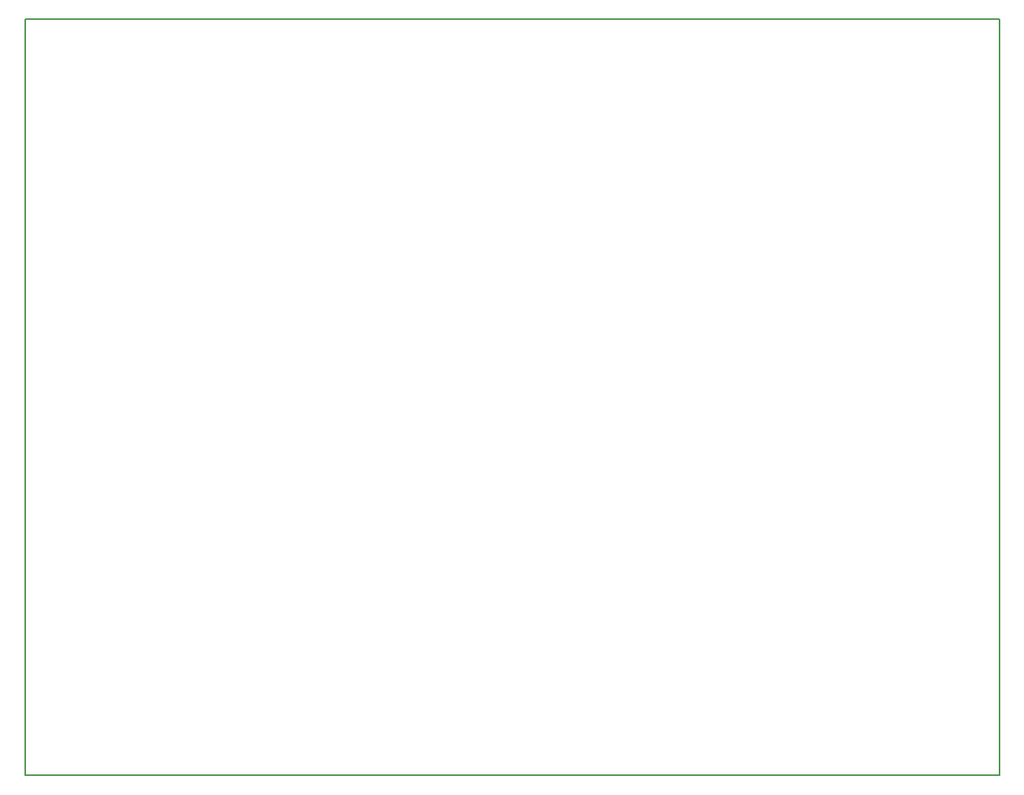
<source format=gbr>
G04 DipTrace 3.0.0.2*
G04 Ãðàíèöûïëàòû.gbr*
%MOIN*%
G04 #@! TF.FileFunction,Profile*
G04 #@! TF.Part,Single*
%ADD11C,0.005984*%
%FSLAX26Y26*%
G04*
G70*
G90*
G75*
G01*
G04 BoardOutline*
%LPD*%
X393701Y3693701D2*
D11*
Y393701D1*
X4643701D1*
Y3693701D1*
X393701D1*
M02*

</source>
